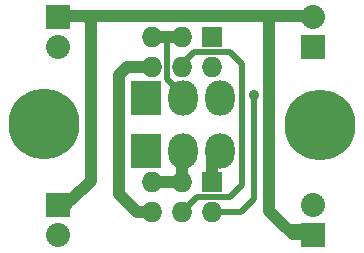
<source format=gbl>
G04 #@! TF.FileFunction,Copper,L2,Bot,Signal*
%FSLAX46Y46*%
G04 Gerber Fmt 4.6, Leading zero omitted, Abs format (unit mm)*
G04 Created by KiCad (PCBNEW 4.0.0-rc2-stable) date 02/03/2016 18:28:07*
%MOMM*%
G01*
G04 APERTURE LIST*
%ADD10C,0.150000*%
%ADD11R,2.500000X3.000000*%
%ADD12O,2.500000X3.000000*%
%ADD13R,1.727200X1.727200*%
%ADD14O,1.727200X1.727200*%
%ADD15R,2.032000X2.032000*%
%ADD16O,2.032000X2.032000*%
%ADD17C,6.000000*%
%ADD18C,0.889000*%
%ADD19C,1.000000*%
%ADD20C,0.508000*%
%ADD21C,0.762000*%
G04 APERTURE END LIST*
D10*
D11*
X114033000Y29737000D03*
D12*
X117158000Y29737000D03*
X120283000Y29737000D03*
D13*
X119621000Y34944000D03*
D14*
X119621000Y32404000D03*
X117081000Y34944000D03*
X117081000Y32404000D03*
X114541000Y34944000D03*
X114541000Y32404000D03*
D15*
X128130000Y34055000D03*
D16*
X128130000Y36595000D03*
D15*
X128130000Y18180000D03*
D16*
X128130000Y20720000D03*
D11*
X114033000Y25292000D03*
D12*
X117158000Y25292000D03*
X120283000Y25292000D03*
D13*
X119621000Y22625000D03*
D14*
X119621000Y20085000D03*
X117081000Y22625000D03*
X117081000Y20085000D03*
X114541000Y22625000D03*
X114541000Y20085000D03*
D15*
X106540000Y20720000D03*
D16*
X106540000Y18180000D03*
D15*
X106540000Y36595000D03*
D16*
X106540000Y34055000D03*
D17*
X128765000Y27451000D03*
X105397000Y27578000D03*
D18*
X123177000Y29991000D03*
D19*
X119621000Y22625000D02*
X119621000Y24757000D01*
X119621000Y24757000D02*
X120283000Y25419000D01*
D20*
X117158000Y29483000D02*
X117158000Y30041000D01*
X117158000Y30041000D02*
X115811000Y31388000D01*
X115811000Y31388000D02*
X115811000Y34944000D01*
X115811000Y34944000D02*
X115811000Y34690000D01*
X115811000Y34690000D02*
X115811000Y34944000D01*
D19*
X114541000Y34944000D02*
X115811000Y34944000D01*
X115811000Y34944000D02*
X117081000Y34944000D01*
D20*
X122161000Y31642000D02*
X122161000Y22371000D01*
X118351000Y21355000D02*
X117081000Y20085000D01*
X121145000Y21355000D02*
X118351000Y21355000D01*
X122161000Y22371000D02*
X121145000Y21355000D01*
X117081000Y32404000D02*
X117081000Y32658000D01*
X117081000Y32658000D02*
X118097000Y33674000D01*
X118097000Y33674000D02*
X121145000Y33674000D01*
X121145000Y33674000D02*
X122161000Y32658000D01*
X122161000Y32658000D02*
X122161000Y31642000D01*
X122161000Y31642000D02*
X122161000Y31388000D01*
D19*
X114541000Y20085000D02*
X113271000Y20085000D01*
X112382000Y32404000D02*
X114541000Y32404000D01*
X111731002Y31753002D02*
X112382000Y32404000D01*
X111731002Y21624998D02*
X111731002Y31753002D01*
X113271000Y20085000D02*
X111731002Y21624998D01*
D21*
X128130000Y18180000D02*
X126352000Y18180000D01*
X124955000Y19577000D02*
X124955000Y19704000D01*
X126352000Y18180000D02*
X124955000Y19577000D01*
X128130000Y18180000D02*
X126479000Y18180000D01*
X126479000Y18180000D02*
X125717000Y18942000D01*
X106540000Y20720000D02*
X107302000Y20720000D01*
X107302000Y20720000D02*
X107683000Y21101000D01*
X128130000Y36595000D02*
X127241000Y36595000D01*
X127241000Y36595000D02*
X127114000Y36722000D01*
X106540000Y36595000D02*
X107302000Y36595000D01*
X107302000Y36595000D02*
X107429000Y36722000D01*
X107429000Y36722000D02*
X106540000Y36595000D01*
D19*
X107683000Y21101000D02*
X109334000Y22752000D01*
X109207000Y36468000D02*
X109207000Y36722000D01*
X109207000Y36595000D02*
X109207000Y36468000D01*
X109334000Y36722000D02*
X109207000Y36595000D01*
X109334000Y22752000D02*
X109334000Y36722000D01*
X128003000Y18561000D02*
X126098000Y18561000D01*
X124447000Y20212000D02*
X124447000Y36722000D01*
X124955000Y19704000D02*
X124447000Y20212000D01*
X126098000Y18561000D02*
X125717000Y18942000D01*
X125717000Y18942000D02*
X124955000Y19704000D01*
X124447000Y36722000D02*
X124447000Y36468000D01*
X124447000Y36468000D02*
X124447000Y36722000D01*
X127876000Y36722000D02*
X127114000Y36722000D01*
X127114000Y36722000D02*
X124447000Y36722000D01*
X124447000Y36722000D02*
X110604000Y36722000D01*
X110604000Y36722000D02*
X109207000Y36722000D01*
X109207000Y36722000D02*
X106921000Y36722000D01*
X117081000Y22625000D02*
X117081000Y25342000D01*
X117081000Y25342000D02*
X117158000Y25419000D01*
X117081000Y25369000D02*
X117031000Y25419000D01*
X114541000Y22625000D02*
X117081000Y22625000D01*
D20*
X122034000Y20085000D02*
X119621000Y20085000D01*
X123177000Y21228000D02*
X122034000Y20085000D01*
X123177000Y29991000D02*
X123177000Y21228000D01*
M02*

</source>
